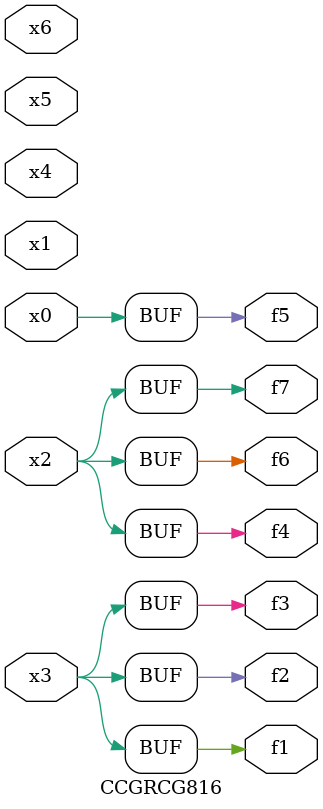
<source format=v>
module CCGRCG816(
	input x0, x1, x2, x3, x4, x5, x6,
	output f1, f2, f3, f4, f5, f6, f7
);
	assign f1 = x3;
	assign f2 = x3;
	assign f3 = x3;
	assign f4 = x2;
	assign f5 = x0;
	assign f6 = x2;
	assign f7 = x2;
endmodule

</source>
